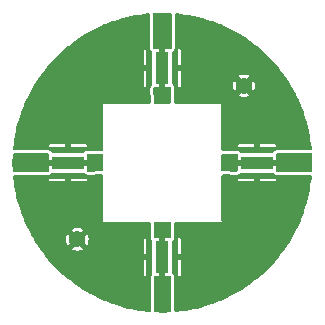
<source format=gbr>
%TF.GenerationSoftware,KiCad,Pcbnew,7.0.7*%
%TF.CreationDate,2024-01-24T13:08:38-05:00*%
%TF.ProjectId,LED_board,4c45445f-626f-4617-9264-2e6b69636164,rev?*%
%TF.SameCoordinates,Original*%
%TF.FileFunction,Copper,L1,Top*%
%TF.FilePolarity,Positive*%
%FSLAX46Y46*%
G04 Gerber Fmt 4.6, Leading zero omitted, Abs format (unit mm)*
G04 Created by KiCad (PCBNEW 7.0.7) date 2024-01-24 13:08:38*
%MOMM*%
%LPD*%
G01*
G04 APERTURE LIST*
%TA.AperFunction,SMDPad,CuDef*%
%ADD10R,0.500000X2.700000*%
%TD*%
%TA.AperFunction,SMDPad,CuDef*%
%ADD11R,1.000000X2.700000*%
%TD*%
%TA.AperFunction,SMDPad,CuDef*%
%ADD12R,2.700000X0.500000*%
%TD*%
%TA.AperFunction,SMDPad,CuDef*%
%ADD13R,2.700000X1.000000*%
%TD*%
%TA.AperFunction,ComponentPad*%
%ADD14C,1.400000*%
%TD*%
%TA.AperFunction,ViaPad*%
%ADD15C,0.800000*%
%TD*%
G04 APERTURE END LIST*
D10*
%TO.P,D2,1*%
%TO.N,/GND*%
X101100000Y-92000000D03*
%TO.P,D2,2*%
%TO.N,Net-(D1-Pad1)*%
X98900000Y-92000000D03*
D11*
%TO.P,D2,3,EXP*%
%TO.N,unconnected-(D2-EXP-Pad3)*%
X100000000Y-92000000D03*
%TD*%
D12*
%TO.P,D4,1*%
%TO.N,/GND*%
X108000000Y-98900000D03*
%TO.P,D4,2*%
%TO.N,Net-(D3-Pad1)*%
X108000000Y-101100000D03*
D13*
%TO.P,D4,3,EXP*%
%TO.N,unconnected-(D4-EXP-Pad3)*%
X108000000Y-100000000D03*
%TD*%
D14*
%TO.P,J2,1,Pin_1*%
%TO.N,/GND*%
X106900000Y-93500000D03*
%TD*%
%TO.P,J1,1,Pin_1*%
%TO.N,/Vin*%
X92800000Y-106500000D03*
%TD*%
D12*
%TO.P,D1,1*%
%TO.N,Net-(D1-Pad1)*%
X92000000Y-98900000D03*
%TO.P,D1,2*%
%TO.N,/Vin*%
X92000000Y-101100000D03*
D13*
%TO.P,D1,3,EXP*%
%TO.N,unconnected-(D1-EXP-Pad3)*%
X92000000Y-100000000D03*
%TD*%
D10*
%TO.P,D3,1*%
%TO.N,Net-(D3-Pad1)*%
X101100000Y-108000000D03*
%TO.P,D3,2*%
%TO.N,/Vin*%
X98900000Y-108000000D03*
D11*
%TO.P,D3,3,EXP*%
%TO.N,unconnected-(D3-EXP-Pad3)*%
X100000000Y-108000000D03*
%TD*%
D15*
%TO.N,unconnected-(D1-EXP-Pad3)*%
X89750000Y-100000000D03*
X94500000Y-100000000D03*
X88750000Y-100000000D03*
X87750000Y-100000000D03*
%TO.N,unconnected-(D2-EXP-Pad3)*%
X100000000Y-89750000D03*
X100000000Y-88750000D03*
X100000000Y-87750000D03*
X100000000Y-94500000D03*
%TO.N,unconnected-(D3-EXP-Pad3)*%
X100000000Y-105500000D03*
X100000000Y-111250000D03*
X100000000Y-112250000D03*
X100000000Y-110250000D03*
%TO.N,unconnected-(D4-EXP-Pad3)*%
X111250000Y-100000000D03*
X105500000Y-100000000D03*
X112250000Y-100000000D03*
X110250000Y-100000000D03*
%TD*%
%TA.AperFunction,Conductor*%
%TO.N,unconnected-(D3-EXP-Pad3)*%
G36*
X100693039Y-105020185D02*
G01*
X100738794Y-105072989D01*
X100750000Y-105124500D01*
X100750000Y-106293735D01*
X100730315Y-106360774D01*
X100677511Y-106406529D01*
X100608353Y-106416473D01*
X100601809Y-106415352D01*
X100524628Y-106400000D01*
X100250000Y-106400000D01*
X100250000Y-109600000D01*
X100524626Y-109600000D01*
X100601808Y-109584647D01*
X100671400Y-109590874D01*
X100726577Y-109633736D01*
X100749822Y-109699626D01*
X100750000Y-109706264D01*
X100750000Y-112557887D01*
X100730315Y-112624926D01*
X100677511Y-112670681D01*
X100629478Y-112681838D01*
X100071210Y-112697502D01*
X99928790Y-112697502D01*
X99417769Y-112683163D01*
X99351308Y-112661606D01*
X99307052Y-112607540D01*
X99297249Y-112559991D01*
X99279455Y-109712892D01*
X99298720Y-109645737D01*
X99351237Y-109599653D01*
X99420332Y-109589277D01*
X99427643Y-109590506D01*
X99475371Y-109599999D01*
X99475374Y-109600000D01*
X99750000Y-109600000D01*
X99750000Y-106400000D01*
X99475376Y-106400000D01*
X99406268Y-106413746D01*
X99336677Y-106407517D01*
X99281500Y-106364654D01*
X99258256Y-106298764D01*
X99258080Y-106292929D01*
X99250782Y-105125275D01*
X99270049Y-105058114D01*
X99322566Y-105012030D01*
X99374781Y-105000500D01*
X100626000Y-105000500D01*
X100693039Y-105020185D01*
G37*
%TD.AperFunction*%
%TD*%
%TA.AperFunction,Conductor*%
%TO.N,unconnected-(D2-EXP-Pad3)*%
G36*
X100640894Y-87318482D02*
G01*
X100680173Y-87320688D01*
X100745999Y-87344098D01*
X100788722Y-87399384D01*
X100797216Y-87445267D01*
X100779342Y-90305004D01*
X100759238Y-90371919D01*
X100706149Y-90417343D01*
X100636930Y-90426854D01*
X100607893Y-90418791D01*
X100597543Y-90414504D01*
X100524626Y-90400000D01*
X100250000Y-90400000D01*
X100250000Y-93600000D01*
X100524626Y-93600000D01*
X100524628Y-93599999D01*
X100609524Y-93583113D01*
X100610390Y-93587469D01*
X100655992Y-93582522D01*
X100718501Y-93613737D01*
X100754212Y-93673791D01*
X100758091Y-93705348D01*
X100750773Y-94876275D01*
X100730669Y-94943190D01*
X100677581Y-94988614D01*
X100626775Y-94999500D01*
X99373225Y-94999500D01*
X99306186Y-94979815D01*
X99260431Y-94927011D01*
X99249227Y-94876275D01*
X99241908Y-93705348D01*
X99261174Y-93638187D01*
X99313691Y-93592103D01*
X99382786Y-93581727D01*
X99390344Y-93583775D01*
X99390476Y-93583113D01*
X99475371Y-93599999D01*
X99475374Y-93600000D01*
X99750000Y-93600000D01*
X99750000Y-90400000D01*
X99475374Y-90400000D01*
X99402454Y-90414504D01*
X99392103Y-90418792D01*
X99322633Y-90426259D01*
X99260155Y-90394983D01*
X99224504Y-90334893D01*
X99220655Y-90305012D01*
X99202782Y-87445262D01*
X99222047Y-87378106D01*
X99274564Y-87332022D01*
X99319824Y-87320687D01*
X99348346Y-87319086D01*
X99359116Y-87318481D01*
X99928790Y-87302498D01*
X100071210Y-87302498D01*
X100640894Y-87318482D01*
G37*
%TD.AperFunction*%
%TD*%
%TA.AperFunction,Conductor*%
%TO.N,unconnected-(D4-EXP-Pad3)*%
G36*
X112621891Y-99222047D02*
G01*
X112667975Y-99274564D01*
X112679310Y-99319823D01*
X112681519Y-99359151D01*
X112699451Y-99998260D01*
X112699451Y-100001738D01*
X112681519Y-100640847D01*
X112679310Y-100680174D01*
X112655895Y-100746004D01*
X112600608Y-100788724D01*
X112554730Y-100797216D01*
X109694994Y-100779342D01*
X109628079Y-100759238D01*
X109582655Y-100706149D01*
X109573144Y-100636930D01*
X109581212Y-100607882D01*
X109585496Y-100597539D01*
X109599999Y-100524628D01*
X109600000Y-100524626D01*
X109600000Y-100250000D01*
X106400000Y-100250000D01*
X106400000Y-100524626D01*
X106399999Y-100524626D01*
X106416887Y-100609522D01*
X106412540Y-100610386D01*
X106417457Y-100656106D01*
X106386184Y-100718586D01*
X106326097Y-100754240D01*
X106294652Y-100758091D01*
X105123724Y-100750773D01*
X105056809Y-100730669D01*
X105011385Y-100677581D01*
X105000499Y-100626775D01*
X105000499Y-99373223D01*
X105020184Y-99306184D01*
X105072988Y-99260429D01*
X105123720Y-99249225D01*
X106294653Y-99241907D01*
X106361813Y-99261173D01*
X106407897Y-99313690D01*
X106418273Y-99382785D01*
X106416231Y-99390347D01*
X106416887Y-99390478D01*
X106400000Y-99475373D01*
X106400000Y-99750000D01*
X109600000Y-99750000D01*
X109600000Y-99475373D01*
X109599999Y-99475371D01*
X109585496Y-99402459D01*
X109581209Y-99392109D01*
X109573739Y-99322640D01*
X109605012Y-99260160D01*
X109665100Y-99224506D01*
X109694989Y-99220655D01*
X112554734Y-99202782D01*
X112621891Y-99222047D01*
G37*
%TD.AperFunction*%
%TD*%
%TA.AperFunction,Conductor*%
%TO.N,unconnected-(D1-EXP-Pad3)*%
G36*
X90305008Y-99220655D02*
G01*
X90371920Y-99240759D01*
X90417344Y-99293848D01*
X90426855Y-99363067D01*
X90418792Y-99392103D01*
X90414504Y-99402454D01*
X90400000Y-99475373D01*
X90400000Y-99750000D01*
X93600000Y-99750000D01*
X93600000Y-99475373D01*
X93599999Y-99475371D01*
X93583113Y-99390476D01*
X93587472Y-99389608D01*
X93582513Y-99344052D01*
X93613704Y-99281531D01*
X93673744Y-99245798D01*
X93705336Y-99241908D01*
X94876280Y-99249226D01*
X94943190Y-99269329D01*
X94988614Y-99322417D01*
X94999500Y-99373223D01*
X94999500Y-100626775D01*
X94979815Y-100693814D01*
X94927011Y-100739569D01*
X94876275Y-100750773D01*
X93705348Y-100758091D01*
X93638187Y-100738825D01*
X93592103Y-100686308D01*
X93581727Y-100617213D01*
X93583778Y-100609656D01*
X93583113Y-100609524D01*
X93599999Y-100524628D01*
X93600000Y-100524626D01*
X93600000Y-100250000D01*
X90400000Y-100250000D01*
X90400000Y-100524626D01*
X90399999Y-100524626D01*
X90414504Y-100597543D01*
X90418791Y-100607893D01*
X90426258Y-100677363D01*
X90394982Y-100739841D01*
X90334893Y-100775493D01*
X90305004Y-100779342D01*
X87445267Y-100797216D01*
X87378106Y-100777950D01*
X87332022Y-100725433D01*
X87320688Y-100680176D01*
X87318482Y-100640894D01*
X87302498Y-100071210D01*
X87302498Y-99928789D01*
X87315220Y-99475371D01*
X87318481Y-99359116D01*
X87320542Y-99322417D01*
X87320687Y-99319825D01*
X87344098Y-99253998D01*
X87399384Y-99211275D01*
X87445260Y-99202782D01*
X90305008Y-99220655D01*
G37*
%TD.AperFunction*%
%TD*%
%TA.AperFunction,Conductor*%
%TO.N,/GND*%
G36*
X101350922Y-87374365D02*
G01*
X101492386Y-87390303D01*
X102056725Y-87469975D01*
X102197090Y-87493824D01*
X102756065Y-87605011D01*
X102894849Y-87636687D01*
X103409401Y-87769417D01*
X103446687Y-87779035D01*
X103583549Y-87818464D01*
X104126516Y-87991524D01*
X104260898Y-88038545D01*
X104793347Y-88241792D01*
X104924887Y-88296277D01*
X105247488Y-88440631D01*
X105445098Y-88529057D01*
X105573378Y-88590832D01*
X106079725Y-88852417D01*
X106204330Y-88921285D01*
X106695206Y-89210845D01*
X106769218Y-89257350D01*
X106815761Y-89286596D01*
X106953029Y-89378315D01*
X107289631Y-89603225D01*
X107405739Y-89685609D01*
X107861098Y-90028301D01*
X107898054Y-90057773D01*
X107972441Y-90117096D01*
X108407838Y-90484755D01*
X108498815Y-90566057D01*
X108514024Y-90579648D01*
X108562387Y-90625371D01*
X108928130Y-90971150D01*
X109028849Y-91071869D01*
X109420343Y-91485966D01*
X109515244Y-91592161D01*
X109882903Y-92027558D01*
X109971706Y-92138911D01*
X110314388Y-92594257D01*
X110396784Y-92710383D01*
X110713403Y-93184238D01*
X110789154Y-93304794D01*
X110894364Y-93483149D01*
X111078712Y-93795665D01*
X111113151Y-93857978D01*
X111129317Y-93887228D01*
X111147586Y-93920282D01*
X111271540Y-94160219D01*
X111409164Y-94426616D01*
X111470942Y-94554901D01*
X111639402Y-94931370D01*
X111677587Y-95016706D01*
X111703720Y-95075106D01*
X111758206Y-95206648D01*
X111961446Y-95739080D01*
X112008475Y-95873481D01*
X112181534Y-96416447D01*
X112220964Y-96553312D01*
X112363305Y-97105123D01*
X112394993Y-97243955D01*
X112506173Y-97802895D01*
X112530025Y-97943280D01*
X112609691Y-98507583D01*
X112625634Y-98649076D01*
X112639468Y-98813095D01*
X112625488Y-98881552D01*
X112576716Y-98931583D01*
X112516682Y-98947514D01*
X109685604Y-98965209D01*
X109670064Y-98966254D01*
X109658938Y-98967687D01*
X109632453Y-98971100D01*
X109628738Y-98971606D01*
X109628733Y-98971607D01*
X109534716Y-99004777D01*
X109474629Y-99040432D01*
X109437690Y-99067070D01*
X109437685Y-99067075D01*
X109410504Y-99102068D01*
X109353833Y-99142936D01*
X109312578Y-99150000D01*
X106660342Y-99150000D01*
X106593303Y-99130315D01*
X106567140Y-99107789D01*
X106553856Y-99092651D01*
X106520891Y-99061237D01*
X106520883Y-99061232D01*
X106432269Y-99015580D01*
X106365104Y-98996312D01*
X106312856Y-98989132D01*
X106293056Y-98986412D01*
X106293054Y-98986412D01*
X105125274Y-98993710D01*
X105058113Y-98974444D01*
X105012029Y-98921927D01*
X105000499Y-98869716D01*
X105000499Y-98650000D01*
X106400000Y-98650000D01*
X107750000Y-98650000D01*
X107750000Y-98400000D01*
X108250000Y-98400000D01*
X108250000Y-98650000D01*
X109600000Y-98650000D01*
X109600000Y-98625373D01*
X109599999Y-98625371D01*
X109585496Y-98552459D01*
X109585494Y-98552455D01*
X109530239Y-98469760D01*
X109447544Y-98414505D01*
X109447540Y-98414503D01*
X109374627Y-98400000D01*
X108250000Y-98400000D01*
X107750000Y-98400000D01*
X106625373Y-98400000D01*
X106552459Y-98414503D01*
X106552455Y-98414505D01*
X106469760Y-98469760D01*
X106414505Y-98552455D01*
X106414503Y-98552459D01*
X106400000Y-98625371D01*
X106400000Y-98650000D01*
X105000499Y-98650000D01*
X105000499Y-95008337D01*
X105000539Y-95000002D01*
X105000541Y-95000000D01*
X105000383Y-94999617D01*
X105000382Y-94999616D01*
X105000099Y-94999500D01*
X105000000Y-94999459D01*
X104975446Y-94999459D01*
X104975240Y-94999500D01*
X101130285Y-94999500D01*
X101063246Y-94979815D01*
X101017491Y-94927011D01*
X101006287Y-94874728D01*
X101013637Y-93698731D01*
X101013550Y-93697235D01*
X101012685Y-93682325D01*
X101007803Y-93642617D01*
X101007076Y-93637184D01*
X101007076Y-93637182D01*
X100973819Y-93543207D01*
X100973818Y-93543204D01*
X100973818Y-93543203D01*
X100938107Y-93483149D01*
X100911435Y-93446235D01*
X100911432Y-93446232D01*
X100898021Y-93435834D01*
X100857102Y-93379200D01*
X100850000Y-93337838D01*
X100850000Y-92250000D01*
X101350000Y-92250000D01*
X101350000Y-93600000D01*
X101374626Y-93600000D01*
X101374628Y-93599999D01*
X101447540Y-93585496D01*
X101447544Y-93585494D01*
X101530239Y-93530239D01*
X101550444Y-93500000D01*
X105945403Y-93500000D01*
X105963744Y-93686230D01*
X106018069Y-93865313D01*
X106074868Y-93971577D01*
X106362580Y-93683865D01*
X106423903Y-93650380D01*
X106493594Y-93655364D01*
X106549528Y-93697235D01*
X106560742Y-93715246D01*
X106567296Y-93728109D01*
X106572358Y-93738044D01*
X106572363Y-93738050D01*
X106661949Y-93827636D01*
X106661951Y-93827637D01*
X106661955Y-93827641D01*
X106684747Y-93839254D01*
X106735542Y-93887228D01*
X106752337Y-93955049D01*
X106729799Y-94021184D01*
X106716132Y-94037419D01*
X106428421Y-94325129D01*
X106534688Y-94381931D01*
X106713769Y-94436255D01*
X106900000Y-94454596D01*
X107086230Y-94436255D01*
X107265311Y-94381931D01*
X107371577Y-94325130D01*
X107083866Y-94037419D01*
X107050381Y-93976096D01*
X107055365Y-93906404D01*
X107097237Y-93850471D01*
X107115245Y-93839258D01*
X107138045Y-93827641D01*
X107227641Y-93738045D01*
X107239254Y-93715252D01*
X107287225Y-93664458D01*
X107355046Y-93647661D01*
X107421181Y-93670197D01*
X107437419Y-93683866D01*
X107725130Y-93971577D01*
X107781931Y-93865311D01*
X107836255Y-93686230D01*
X107854596Y-93500000D01*
X107836255Y-93313769D01*
X107781931Y-93134688D01*
X107725129Y-93028421D01*
X107437419Y-93316132D01*
X107376096Y-93349617D01*
X107306404Y-93344633D01*
X107250471Y-93302761D01*
X107239256Y-93284751D01*
X107227641Y-93261955D01*
X107227637Y-93261951D01*
X107227636Y-93261949D01*
X107138050Y-93172363D01*
X107138044Y-93172358D01*
X107128109Y-93167296D01*
X107115250Y-93160744D01*
X107064456Y-93112773D01*
X107047660Y-93044952D01*
X107070197Y-92978817D01*
X107083865Y-92962580D01*
X107371577Y-92674868D01*
X107265313Y-92618069D01*
X107086230Y-92563744D01*
X106900000Y-92545403D01*
X106713769Y-92563744D01*
X106534692Y-92618067D01*
X106428422Y-92674869D01*
X106716133Y-92962580D01*
X106749618Y-93023903D01*
X106744634Y-93093595D01*
X106702762Y-93149528D01*
X106684748Y-93160745D01*
X106661956Y-93172358D01*
X106661949Y-93172363D01*
X106572363Y-93261949D01*
X106572358Y-93261956D01*
X106560745Y-93284748D01*
X106512770Y-93335544D01*
X106444949Y-93352338D01*
X106378814Y-93329800D01*
X106362580Y-93316133D01*
X106074869Y-93028422D01*
X106018067Y-93134692D01*
X105963744Y-93313769D01*
X105945403Y-93500000D01*
X101550444Y-93500000D01*
X101585494Y-93447544D01*
X101585496Y-93447540D01*
X101599999Y-93374628D01*
X101600000Y-93374626D01*
X101600000Y-92250000D01*
X101350000Y-92250000D01*
X100850000Y-92250000D01*
X100850000Y-90687619D01*
X100869685Y-90620580D01*
X100893383Y-90593401D01*
X100925345Y-90566055D01*
X100957173Y-90533480D01*
X101003933Y-90445435D01*
X101017584Y-90400000D01*
X101350000Y-90400000D01*
X101350000Y-91750000D01*
X101600000Y-91750000D01*
X101600000Y-90625373D01*
X101599999Y-90625371D01*
X101585496Y-90552459D01*
X101585494Y-90552455D01*
X101530239Y-90469760D01*
X101447544Y-90414505D01*
X101447540Y-90414503D01*
X101374627Y-90400000D01*
X101350000Y-90400000D01*
X101017584Y-90400000D01*
X101024037Y-90378520D01*
X101034837Y-90306601D01*
X101052483Y-87483312D01*
X101072586Y-87416401D01*
X101125674Y-87370977D01*
X101186900Y-87360530D01*
X101350922Y-87374365D01*
G37*
%TD.AperFunction*%
%TD*%
%TA.AperFunction,Conductor*%
%TO.N,Net-(D1-Pad1)*%
G36*
X98881551Y-87374510D02*
G01*
X98931582Y-87423281D01*
X98947514Y-87483315D01*
X98965209Y-90314395D01*
X98966254Y-90329931D01*
X98971098Y-90367535D01*
X98971604Y-90371248D01*
X99004767Y-90465261D01*
X99004768Y-90465263D01*
X99004769Y-90465265D01*
X99004769Y-90465266D01*
X99040419Y-90525354D01*
X99067058Y-90562298D01*
X99102071Y-90589497D01*
X99142937Y-90646169D01*
X99150000Y-90687421D01*
X99150000Y-93339658D01*
X99130315Y-93406697D01*
X99107788Y-93432860D01*
X99092658Y-93446137D01*
X99092657Y-93446138D01*
X99061238Y-93479109D01*
X99061232Y-93479117D01*
X99015580Y-93567731D01*
X98996312Y-93634896D01*
X98986413Y-93706939D01*
X98986413Y-93706944D01*
X98986413Y-93706945D01*
X98993712Y-94874727D01*
X98974447Y-94941886D01*
X98921930Y-94987970D01*
X98869715Y-94999500D01*
X95024760Y-94999500D01*
X95024554Y-94999459D01*
X95000000Y-94999459D01*
X94999901Y-94999500D01*
X94999617Y-94999616D01*
X94999615Y-94999618D01*
X94999459Y-94999999D01*
X94999476Y-95024616D01*
X94999471Y-95024616D01*
X94999500Y-95024759D01*
X94999500Y-98869713D01*
X94979815Y-98936752D01*
X94927011Y-98982507D01*
X94874725Y-98993711D01*
X93883224Y-98987515D01*
X93698705Y-98986362D01*
X93698704Y-98986362D01*
X93698696Y-98986362D01*
X93683920Y-98987222D01*
X93682279Y-98987317D01*
X93682280Y-98987317D01*
X93642519Y-98992213D01*
X93637045Y-98992947D01*
X93637036Y-98992949D01*
X93543080Y-99026237D01*
X93543068Y-99026243D01*
X93513675Y-99043736D01*
X93483034Y-99061973D01*
X93462133Y-99077087D01*
X93446130Y-99088660D01*
X93446128Y-99088661D01*
X93435842Y-99101940D01*
X93379224Y-99142882D01*
X93337816Y-99150000D01*
X90687623Y-99150000D01*
X90620584Y-99130315D01*
X90593404Y-99106615D01*
X90566058Y-99074654D01*
X90533486Y-99042829D01*
X90533482Y-99042825D01*
X90494616Y-99022183D01*
X90445439Y-98996065D01*
X90435061Y-98992947D01*
X90378527Y-98975961D01*
X90306607Y-98965160D01*
X90070026Y-98963681D01*
X87483315Y-98947514D01*
X87416401Y-98927411D01*
X87370977Y-98874323D01*
X87360530Y-98813097D01*
X87374288Y-98650000D01*
X90400000Y-98650000D01*
X91750000Y-98650000D01*
X91750000Y-98400000D01*
X92250000Y-98400000D01*
X92250000Y-98650000D01*
X93600000Y-98650000D01*
X93600000Y-98625373D01*
X93599999Y-98625371D01*
X93585496Y-98552459D01*
X93585494Y-98552455D01*
X93530239Y-98469760D01*
X93447544Y-98414505D01*
X93447540Y-98414503D01*
X93374627Y-98400000D01*
X92250000Y-98400000D01*
X91750000Y-98400000D01*
X90625373Y-98400000D01*
X90552459Y-98414503D01*
X90552455Y-98414505D01*
X90469760Y-98469760D01*
X90414505Y-98552455D01*
X90414503Y-98552459D01*
X90400000Y-98625371D01*
X90400000Y-98650000D01*
X87374288Y-98650000D01*
X87374366Y-98649072D01*
X87390305Y-98507602D01*
X87469976Y-97943263D01*
X87493821Y-97802922D01*
X87605008Y-97243947D01*
X87636686Y-97105152D01*
X87779036Y-96553305D01*
X87818465Y-96416447D01*
X87991532Y-95873455D01*
X88038539Y-95739118D01*
X88241797Y-95206639D01*
X88296266Y-95075136D01*
X88529057Y-94554901D01*
X88543772Y-94524343D01*
X88590823Y-94426639D01*
X88852429Y-93920252D01*
X88921268Y-93795697D01*
X89210854Y-93304778D01*
X89286590Y-93184247D01*
X89603231Y-92710359D01*
X89685593Y-92594281D01*
X89944691Y-92250000D01*
X98400000Y-92250000D01*
X98400000Y-93374628D01*
X98414503Y-93447540D01*
X98414505Y-93447544D01*
X98469760Y-93530239D01*
X98552455Y-93585494D01*
X98552459Y-93585496D01*
X98625371Y-93599999D01*
X98625374Y-93600000D01*
X98650000Y-93600000D01*
X98650000Y-92250000D01*
X98400000Y-92250000D01*
X89944691Y-92250000D01*
X90028305Y-92138896D01*
X90117096Y-92027558D01*
X90205841Y-91922462D01*
X90351472Y-91750000D01*
X98400000Y-91750000D01*
X98650000Y-91750000D01*
X98650000Y-90400000D01*
X98625373Y-90400000D01*
X98552459Y-90414503D01*
X98552455Y-90414505D01*
X98469760Y-90469760D01*
X98414505Y-90552455D01*
X98414503Y-90552459D01*
X98400000Y-90625371D01*
X98400000Y-91750000D01*
X90351472Y-91750000D01*
X90484764Y-91592151D01*
X90579646Y-91485977D01*
X90971167Y-91071851D01*
X91071851Y-90971167D01*
X91485977Y-90579646D01*
X91592151Y-90484764D01*
X92027558Y-90117096D01*
X92052828Y-90096943D01*
X92138896Y-90028305D01*
X92594281Y-89685593D01*
X92710359Y-89603231D01*
X93184243Y-89286592D01*
X93304778Y-89210854D01*
X93795697Y-88921268D01*
X93920252Y-88852429D01*
X94426639Y-88590823D01*
X94554901Y-88529057D01*
X94592852Y-88512074D01*
X95075136Y-88296266D01*
X95206639Y-88241797D01*
X95739118Y-88038539D01*
X95873455Y-87991532D01*
X96416484Y-87818453D01*
X96553296Y-87779039D01*
X97105152Y-87636686D01*
X97243947Y-87605008D01*
X97802922Y-87493821D01*
X97943263Y-87469976D01*
X98507602Y-87390305D01*
X98649050Y-87374367D01*
X98813096Y-87360530D01*
X98881551Y-87374510D01*
G37*
%TD.AperFunction*%
%TD*%
%TA.AperFunction,Conductor*%
%TO.N,/Vin*%
G36*
X93406698Y-100869685D02*
G01*
X93432862Y-100892212D01*
X93446138Y-100907341D01*
X93446138Y-100907342D01*
X93472711Y-100932663D01*
X93479113Y-100938764D01*
X93567735Y-100984420D01*
X93634896Y-101003686D01*
X93706945Y-101013586D01*
X94874727Y-101006287D01*
X94941886Y-101025553D01*
X94987970Y-101078070D01*
X94999500Y-101130285D01*
X94999500Y-104975467D01*
X94999416Y-104975889D01*
X94999459Y-105000001D01*
X94999500Y-105000099D01*
X94999616Y-105000382D01*
X94999618Y-105000384D01*
X94999808Y-105000462D01*
X95000000Y-105000541D01*
X95000002Y-105000539D01*
X95024616Y-105000524D01*
X95024616Y-105000528D01*
X95024760Y-105000500D01*
X98871270Y-105000500D01*
X98938309Y-105020185D01*
X98984064Y-105072989D01*
X98995268Y-105123725D01*
X98995287Y-105126867D01*
X98995287Y-105126872D01*
X98998078Y-105573383D01*
X99002604Y-106297581D01*
X99002872Y-106306469D01*
X99013939Y-106365720D01*
X99017309Y-106383763D01*
X99040553Y-106449653D01*
X99059474Y-106491085D01*
X99059475Y-106491087D01*
X99085477Y-106521094D01*
X99119712Y-106560603D01*
X99148738Y-106624158D01*
X99150000Y-106641806D01*
X99150000Y-107750000D01*
X99149999Y-109383294D01*
X99130314Y-109450334D01*
X99115765Y-109468839D01*
X99098784Y-109486657D01*
X99098783Y-109486658D01*
X99053123Y-109575288D01*
X99053122Y-109575291D01*
X99033862Y-109642430D01*
X99033861Y-109642435D01*
X99023960Y-109714484D01*
X99023960Y-109714488D01*
X99023960Y-109714489D01*
X99041513Y-112523063D01*
X99022248Y-112590222D01*
X98969731Y-112636306D01*
X98907094Y-112647397D01*
X98649078Y-112625634D01*
X98507583Y-112609691D01*
X97943280Y-112530025D01*
X97802895Y-112506173D01*
X97243955Y-112394993D01*
X97105123Y-112363305D01*
X96553312Y-112220964D01*
X96416447Y-112181534D01*
X95873481Y-112008475D01*
X95739080Y-111961446D01*
X95206648Y-111758206D01*
X95173542Y-111744493D01*
X95075098Y-111703716D01*
X94554901Y-111470942D01*
X94426616Y-111409164D01*
X93920300Y-111147595D01*
X93857978Y-111113151D01*
X93795665Y-111078712D01*
X93304809Y-110789163D01*
X93270566Y-110767647D01*
X93184238Y-110713403D01*
X92710383Y-110396784D01*
X92594257Y-110314388D01*
X92138911Y-109971706D01*
X92027558Y-109882903D01*
X91592161Y-109515244D01*
X91485966Y-109420343D01*
X91452919Y-109389100D01*
X91071869Y-109028849D01*
X90971150Y-108928130D01*
X90579656Y-108514033D01*
X90484755Y-108407838D01*
X90351473Y-108250000D01*
X98400000Y-108250000D01*
X98400000Y-109374628D01*
X98414503Y-109447540D01*
X98414505Y-109447544D01*
X98469760Y-109530239D01*
X98552455Y-109585494D01*
X98552459Y-109585496D01*
X98625371Y-109599999D01*
X98625374Y-109600000D01*
X98650000Y-109600000D01*
X98650000Y-108250000D01*
X98400000Y-108250000D01*
X90351473Y-108250000D01*
X90117096Y-107972441D01*
X90057773Y-107898054D01*
X90028301Y-107861098D01*
X89944691Y-107750000D01*
X98400000Y-107750000D01*
X98650000Y-107750000D01*
X98650000Y-106400000D01*
X98625373Y-106400000D01*
X98552459Y-106414503D01*
X98552455Y-106414505D01*
X98469760Y-106469760D01*
X98414505Y-106552455D01*
X98414503Y-106552459D01*
X98400000Y-106625371D01*
X98400000Y-107750000D01*
X89944691Y-107750000D01*
X89685609Y-107405739D01*
X89603215Y-107289616D01*
X89286596Y-106815761D01*
X89237766Y-106738050D01*
X89210845Y-106695206D01*
X89095696Y-106500000D01*
X91845403Y-106500000D01*
X91863744Y-106686230D01*
X91918069Y-106865313D01*
X91974868Y-106971577D01*
X92262580Y-106683865D01*
X92323903Y-106650380D01*
X92393594Y-106655364D01*
X92449528Y-106697235D01*
X92460742Y-106715246D01*
X92467296Y-106728109D01*
X92472358Y-106738044D01*
X92472363Y-106738050D01*
X92561949Y-106827636D01*
X92561951Y-106827637D01*
X92561955Y-106827641D01*
X92584747Y-106839254D01*
X92635542Y-106887228D01*
X92652337Y-106955049D01*
X92629799Y-107021184D01*
X92616132Y-107037419D01*
X92328421Y-107325129D01*
X92434688Y-107381931D01*
X92613769Y-107436255D01*
X92800000Y-107454596D01*
X92986230Y-107436255D01*
X93165311Y-107381931D01*
X93271577Y-107325130D01*
X92983866Y-107037419D01*
X92950381Y-106976096D01*
X92955365Y-106906404D01*
X92997237Y-106850471D01*
X93015245Y-106839258D01*
X93038045Y-106827641D01*
X93127641Y-106738045D01*
X93139254Y-106715252D01*
X93187225Y-106664458D01*
X93255046Y-106647661D01*
X93321181Y-106670197D01*
X93337419Y-106683866D01*
X93625130Y-106971577D01*
X93681931Y-106865311D01*
X93736255Y-106686230D01*
X93754596Y-106500000D01*
X93736255Y-106313769D01*
X93681931Y-106134688D01*
X93625129Y-106028421D01*
X93337419Y-106316132D01*
X93276096Y-106349617D01*
X93206404Y-106344633D01*
X93150471Y-106302761D01*
X93139256Y-106284751D01*
X93127641Y-106261955D01*
X93127637Y-106261951D01*
X93127636Y-106261949D01*
X93038050Y-106172363D01*
X93038044Y-106172358D01*
X93028109Y-106167296D01*
X93015250Y-106160744D01*
X92964456Y-106112773D01*
X92947660Y-106044952D01*
X92970197Y-105978817D01*
X92983865Y-105962580D01*
X93271577Y-105674868D01*
X93165313Y-105618069D01*
X92986230Y-105563744D01*
X92800000Y-105545403D01*
X92613769Y-105563744D01*
X92434692Y-105618067D01*
X92328422Y-105674869D01*
X92616133Y-105962580D01*
X92649618Y-106023903D01*
X92644634Y-106093595D01*
X92602762Y-106149528D01*
X92584748Y-106160745D01*
X92561956Y-106172358D01*
X92561949Y-106172363D01*
X92472363Y-106261949D01*
X92472358Y-106261956D01*
X92460745Y-106284748D01*
X92412770Y-106335544D01*
X92344949Y-106352338D01*
X92278814Y-106329800D01*
X92262580Y-106316133D01*
X91974869Y-106028422D01*
X91918067Y-106134692D01*
X91863744Y-106313769D01*
X91845403Y-106500000D01*
X89095696Y-106500000D01*
X88921285Y-106204330D01*
X88903617Y-106172363D01*
X88852417Y-106079725D01*
X88590832Y-105573378D01*
X88529057Y-105445098D01*
X88440631Y-105247488D01*
X88296277Y-104924887D01*
X88241787Y-104793335D01*
X88038545Y-104260898D01*
X87991524Y-104126516D01*
X87818464Y-103583549D01*
X87779035Y-103446687D01*
X87636694Y-102894876D01*
X87605011Y-102756065D01*
X87493824Y-102197090D01*
X87469975Y-102056725D01*
X87390307Y-101492409D01*
X87385252Y-101447540D01*
X87374366Y-101350935D01*
X87374287Y-101350000D01*
X90400000Y-101350000D01*
X90400000Y-101374628D01*
X90414503Y-101447540D01*
X90414505Y-101447544D01*
X90469760Y-101530239D01*
X90552455Y-101585494D01*
X90552459Y-101585496D01*
X90625371Y-101599999D01*
X90625374Y-101600000D01*
X91750000Y-101600000D01*
X91750000Y-101350000D01*
X92250000Y-101350000D01*
X92250000Y-101600000D01*
X93374626Y-101600000D01*
X93374628Y-101599999D01*
X93447540Y-101585496D01*
X93447544Y-101585494D01*
X93530239Y-101530239D01*
X93585494Y-101447544D01*
X93585496Y-101447540D01*
X93599999Y-101374628D01*
X93600000Y-101374626D01*
X93600000Y-101350000D01*
X92250000Y-101350000D01*
X91750000Y-101350000D01*
X90400000Y-101350000D01*
X87374287Y-101350000D01*
X87360530Y-101186900D01*
X87374510Y-101118446D01*
X87423281Y-101068415D01*
X87483311Y-101052483D01*
X90314385Y-101034788D01*
X90329917Y-101033744D01*
X90336268Y-101032925D01*
X90367522Y-101028901D01*
X90369857Y-101028582D01*
X90371253Y-101028393D01*
X90465266Y-100995227D01*
X90525355Y-100959575D01*
X90562295Y-100932939D01*
X90589493Y-100897927D01*
X90646165Y-100857063D01*
X90687417Y-100850000D01*
X93339659Y-100850000D01*
X93406698Y-100869685D01*
G37*
%TD.AperFunction*%
%TD*%
%TA.AperFunction,Conductor*%
%TO.N,Net-(D3-Pad1)*%
G36*
X109379417Y-100869685D02*
G01*
X109406597Y-100893385D01*
X109422246Y-100911675D01*
X109433943Y-100925345D01*
X109466518Y-100957173D01*
X109466519Y-100957173D01*
X109466521Y-100957175D01*
X109554559Y-101003931D01*
X109554560Y-101003931D01*
X109554563Y-101003933D01*
X109621478Y-101024037D01*
X109693397Y-101034837D01*
X112516685Y-101052483D01*
X112583597Y-101072586D01*
X112629021Y-101125674D01*
X112639468Y-101186902D01*
X112625634Y-101350920D01*
X112609691Y-101492416D01*
X112530025Y-102056719D01*
X112506173Y-102197104D01*
X112394993Y-102756044D01*
X112363305Y-102894876D01*
X112220964Y-103446687D01*
X112181534Y-103583552D01*
X112008475Y-104126518D01*
X111961446Y-104260919D01*
X111758206Y-104793351D01*
X111703720Y-104924893D01*
X111470942Y-105445098D01*
X111409164Y-105573383D01*
X111147591Y-106079708D01*
X111078712Y-106204334D01*
X110789159Y-106695198D01*
X110713403Y-106815761D01*
X110396784Y-107289616D01*
X110314388Y-107405742D01*
X109971706Y-107861088D01*
X109882903Y-107972441D01*
X109515244Y-108407838D01*
X109420343Y-108514033D01*
X109028849Y-108928130D01*
X108928130Y-109028849D01*
X108514033Y-109420343D01*
X108407838Y-109515244D01*
X107972441Y-109882903D01*
X107861088Y-109971706D01*
X107405742Y-110314388D01*
X107289616Y-110396784D01*
X106815761Y-110713403D01*
X106695198Y-110789159D01*
X106204334Y-111078712D01*
X106079708Y-111147591D01*
X105573383Y-111409164D01*
X105445098Y-111470942D01*
X104924893Y-111703720D01*
X104793351Y-111758206D01*
X104260919Y-111961446D01*
X104126518Y-112008475D01*
X103583552Y-112181534D01*
X103446687Y-112220964D01*
X102894876Y-112363305D01*
X102756044Y-112394993D01*
X102197104Y-112506173D01*
X102056719Y-112530025D01*
X101492416Y-112609691D01*
X101350925Y-112625633D01*
X101139922Y-112643430D01*
X101071465Y-112629450D01*
X101021434Y-112580678D01*
X101005500Y-112519869D01*
X101005500Y-109702841D01*
X101005230Y-109692783D01*
X101005230Y-109692777D01*
X100990768Y-109614624D01*
X100967523Y-109548734D01*
X100948602Y-109507303D01*
X100902147Y-109453692D01*
X100880287Y-109428464D01*
X100851262Y-109364908D01*
X100850000Y-109347261D01*
X100850000Y-108250000D01*
X101350000Y-108250000D01*
X101350000Y-109600000D01*
X101374626Y-109600000D01*
X101374628Y-109599999D01*
X101447540Y-109585496D01*
X101447544Y-109585494D01*
X101530239Y-109530239D01*
X101585494Y-109447544D01*
X101585496Y-109447540D01*
X101599999Y-109374628D01*
X101600000Y-109374626D01*
X101600000Y-108250000D01*
X101350000Y-108250000D01*
X100850000Y-108250000D01*
X100849999Y-106651771D01*
X100869684Y-106584732D01*
X100892796Y-106558058D01*
X100897632Y-106553868D01*
X100897635Y-106553865D01*
X100897634Y-106553867D01*
X100913717Y-106537198D01*
X100929257Y-106521094D01*
X100975465Y-106432759D01*
X100985084Y-106400000D01*
X101350000Y-106400000D01*
X101350000Y-107750000D01*
X101600000Y-107750000D01*
X101600000Y-106625373D01*
X101599999Y-106625371D01*
X101585496Y-106552459D01*
X101585494Y-106552455D01*
X101530239Y-106469760D01*
X101447544Y-106414505D01*
X101447540Y-106414503D01*
X101374627Y-106400000D01*
X101350000Y-106400000D01*
X100985084Y-106400000D01*
X100995150Y-106365720D01*
X101005500Y-106293735D01*
X101005500Y-105124500D01*
X101025185Y-105057461D01*
X101077989Y-105011706D01*
X101129500Y-105000500D01*
X104975240Y-105000500D01*
X104975383Y-105000528D01*
X104975384Y-105000524D01*
X104999997Y-105000539D01*
X105000000Y-105000541D01*
X105000383Y-105000383D01*
X105000500Y-105000099D01*
X105000499Y-105000099D01*
X105000541Y-105000000D01*
X105000540Y-104999998D01*
X105006892Y-104985028D01*
X105000521Y-104964747D01*
X105000499Y-104962417D01*
X105000499Y-103446687D01*
X105000499Y-101350000D01*
X106400000Y-101350000D01*
X106400000Y-101374628D01*
X106414503Y-101447540D01*
X106414505Y-101447544D01*
X106469760Y-101530239D01*
X106552455Y-101585494D01*
X106552459Y-101585496D01*
X106625371Y-101599999D01*
X106625374Y-101600000D01*
X107750000Y-101600000D01*
X107750000Y-101350000D01*
X108250000Y-101350000D01*
X108250000Y-101600000D01*
X109374626Y-101600000D01*
X109374628Y-101599999D01*
X109447540Y-101585496D01*
X109447544Y-101585494D01*
X109530239Y-101530239D01*
X109585494Y-101447544D01*
X109585496Y-101447540D01*
X109599999Y-101374628D01*
X109600000Y-101374626D01*
X109600000Y-101350000D01*
X108250000Y-101350000D01*
X107750000Y-101350000D01*
X106400000Y-101350000D01*
X105000499Y-101350000D01*
X105000499Y-101130281D01*
X105020184Y-101063246D01*
X105072988Y-101017491D01*
X105125270Y-101006287D01*
X106301241Y-101013637D01*
X106315297Y-101012823D01*
X106317587Y-101012691D01*
X106317589Y-101012691D01*
X106357152Y-101007846D01*
X106359967Y-101007470D01*
X106362467Y-101007138D01*
X106456478Y-100973969D01*
X106499940Y-100948180D01*
X106516564Y-100938316D01*
X106521714Y-100934601D01*
X106553506Y-100911675D01*
X106564182Y-100897931D01*
X106620852Y-100857064D01*
X106662108Y-100850000D01*
X109312378Y-100850000D01*
X109379417Y-100869685D01*
G37*
%TD.AperFunction*%
%TD*%
M02*

</source>
